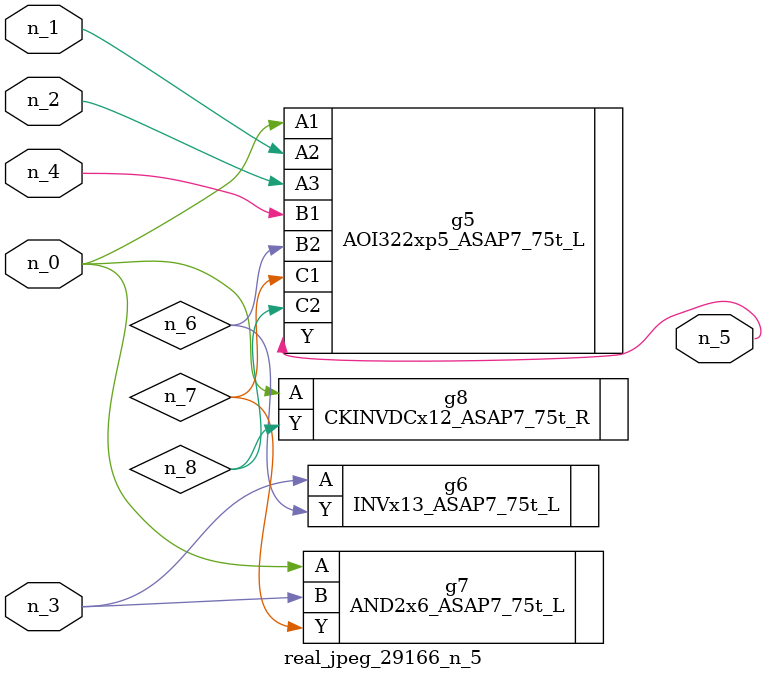
<source format=v>
module real_jpeg_29166_n_5 (n_4, n_0, n_1, n_2, n_3, n_5);

input n_4;
input n_0;
input n_1;
input n_2;
input n_3;

output n_5;

wire n_8;
wire n_6;
wire n_7;

AOI322xp5_ASAP7_75t_L g5 ( 
.A1(n_0),
.A2(n_1),
.A3(n_2),
.B1(n_4),
.B2(n_6),
.C1(n_7),
.C2(n_8),
.Y(n_5)
);

AND2x6_ASAP7_75t_L g7 ( 
.A(n_0),
.B(n_3),
.Y(n_7)
);

CKINVDCx12_ASAP7_75t_R g8 ( 
.A(n_0),
.Y(n_8)
);

INVx13_ASAP7_75t_L g6 ( 
.A(n_3),
.Y(n_6)
);


endmodule
</source>
